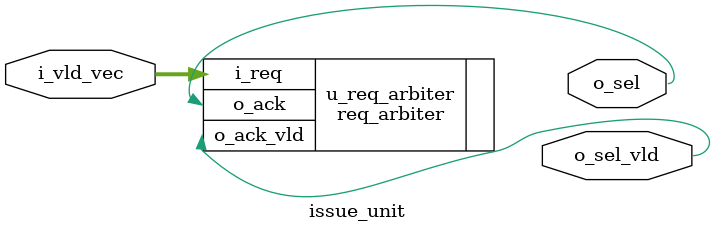
<source format=v>
`default_nettype none
`include "constants.vh"

module issue_unit #(
    parameter ENT_NUM = 2,
    parameter ENT_SEL = 1
)(
    input  wire [ENT_NUM-1:0] i_vld_vec,
    output wire               o_sel_vld,
    output wire [ENT_SEL-1:0] o_sel
);

    req_arbiter #(
        .REQ_NUM (ENT_NUM),
        .ACK_SEL (ENT_SEL)
    ) u_req_arbiter (
        .i_req     (i_vld_vec),
        .o_ack_vld (o_sel_vld),
        .o_ack     (o_sel)
    );

endmodule

`default_nettype wire

</source>
